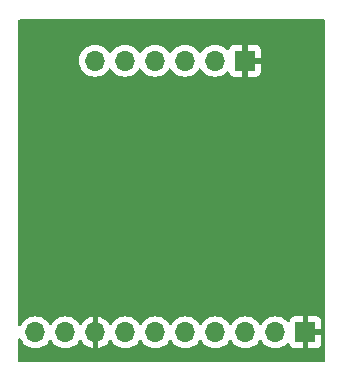
<source format=gbr>
%TF.GenerationSoftware,KiCad,Pcbnew,8.0.4*%
%TF.CreationDate,2024-09-21T22:18:03+01:00*%
%TF.ProjectId,FlipperBoard,466c6970-7065-4724-926f-6172642e6b69,rev?*%
%TF.SameCoordinates,Original*%
%TF.FileFunction,Copper,L2,Bot*%
%TF.FilePolarity,Positive*%
%FSLAX46Y46*%
G04 Gerber Fmt 4.6, Leading zero omitted, Abs format (unit mm)*
G04 Created by KiCad (PCBNEW 8.0.4) date 2024-09-21 22:18:03*
%MOMM*%
%LPD*%
G01*
G04 APERTURE LIST*
%TA.AperFunction,ComponentPad*%
%ADD10O,1.700000X1.700000*%
%TD*%
%TA.AperFunction,ComponentPad*%
%ADD11R,1.700000X1.700000*%
%TD*%
G04 APERTURE END LIST*
D10*
%TO.P,J2,6,VDD*%
%TO.N,+3V3*%
X118000000Y-100000000D03*
%TO.P,J2,5,RST*%
%TO.N,Net-(J1-C1)*%
X120540000Y-100000000D03*
%TO.P,J2,4,RXD*%
%TO.N,Net-(J1-TX)*%
X123080000Y-100000000D03*
%TO.P,J2,3,TXD*%
%TO.N,Net-(J1-RX)*%
X125620000Y-100000000D03*
%TO.P,J2,2*%
%TO.N,unconnected-(J2-Pad2)*%
X128160000Y-100000000D03*
D11*
%TO.P,J2,1,GND*%
%TO.N,GND*%
X130700000Y-100000000D03*
%TD*%
%TO.P,J1,1,GND*%
%TO.N,GND*%
X135820000Y-123000000D03*
D10*
%TO.P,J1,2,1W*%
%TO.N,unconnected-(J1-1W-Pad2)*%
X133280000Y-123000000D03*
%TO.P,J1,3,C0*%
%TO.N,+3V3*%
X130740000Y-123000000D03*
%TO.P,J1,4,C1*%
%TO.N,Net-(J1-C1)*%
X128200000Y-123000000D03*
%TO.P,J1,5,RX*%
%TO.N,Net-(J1-RX)*%
X125660000Y-123000000D03*
%TO.P,J1,6,TX*%
%TO.N,Net-(J1-TX)*%
X123120000Y-123000000D03*
%TO.P,J1,7,SIO*%
%TO.N,unconnected-(J1-SIO-Pad7)*%
X120580000Y-123000000D03*
%TO.P,J1,8,GND*%
%TO.N,GND*%
X118040000Y-123000000D03*
%TO.P,J1,9,SWC*%
%TO.N,unconnected-(J1-SWC-Pad9)*%
X115500000Y-123000000D03*
%TO.P,J1,10,3v3*%
%TO.N,+3V3*%
X112960000Y-123000000D03*
%TD*%
%TA.AperFunction,Conductor*%
%TO.N,GND*%
G36*
X137442539Y-96520185D02*
G01*
X137488294Y-96572989D01*
X137499500Y-96624500D01*
X137499500Y-125375500D01*
X137479815Y-125442539D01*
X137427011Y-125488294D01*
X137375500Y-125499500D01*
X111624500Y-125499500D01*
X111557461Y-125479815D01*
X111511706Y-125427011D01*
X111500500Y-125375500D01*
X111500500Y-123624975D01*
X111520185Y-123557936D01*
X111572989Y-123512181D01*
X111642147Y-123502237D01*
X111705703Y-123531262D01*
X111736882Y-123572571D01*
X111785963Y-123677826D01*
X111785967Y-123677834D01*
X111894281Y-123832521D01*
X111921505Y-123871401D01*
X112088599Y-124038495D01*
X112165135Y-124092086D01*
X112282165Y-124174032D01*
X112282167Y-124174033D01*
X112282170Y-124174035D01*
X112496337Y-124273903D01*
X112724592Y-124335063D01*
X112895319Y-124350000D01*
X112959999Y-124355659D01*
X112960000Y-124355659D01*
X112960001Y-124355659D01*
X113024681Y-124350000D01*
X113195408Y-124335063D01*
X113423663Y-124273903D01*
X113637830Y-124174035D01*
X113831401Y-124038495D01*
X113998495Y-123871401D01*
X114128425Y-123685842D01*
X114183002Y-123642217D01*
X114252500Y-123635023D01*
X114314855Y-123666546D01*
X114331575Y-123685842D01*
X114461500Y-123871395D01*
X114461505Y-123871401D01*
X114628599Y-124038495D01*
X114705135Y-124092086D01*
X114822165Y-124174032D01*
X114822167Y-124174033D01*
X114822170Y-124174035D01*
X115036337Y-124273903D01*
X115264592Y-124335063D01*
X115435319Y-124350000D01*
X115499999Y-124355659D01*
X115500000Y-124355659D01*
X115500001Y-124355659D01*
X115564681Y-124350000D01*
X115735408Y-124335063D01*
X115963663Y-124273903D01*
X116177830Y-124174035D01*
X116371401Y-124038495D01*
X116538495Y-123871401D01*
X116668730Y-123685405D01*
X116723307Y-123641781D01*
X116792805Y-123634587D01*
X116855160Y-123666110D01*
X116871879Y-123685405D01*
X117001890Y-123871078D01*
X117168917Y-124038105D01*
X117362421Y-124173600D01*
X117576507Y-124273429D01*
X117576516Y-124273433D01*
X117790000Y-124330634D01*
X117790000Y-123433012D01*
X117847007Y-123465925D01*
X117974174Y-123500000D01*
X118105826Y-123500000D01*
X118232993Y-123465925D01*
X118290000Y-123433012D01*
X118290000Y-124330633D01*
X118503483Y-124273433D01*
X118503492Y-124273429D01*
X118717578Y-124173600D01*
X118911082Y-124038105D01*
X119078105Y-123871082D01*
X119208119Y-123685405D01*
X119262696Y-123641781D01*
X119332195Y-123634588D01*
X119394549Y-123666110D01*
X119411269Y-123685405D01*
X119541505Y-123871401D01*
X119708599Y-124038495D01*
X119785135Y-124092086D01*
X119902165Y-124174032D01*
X119902167Y-124174033D01*
X119902170Y-124174035D01*
X120116337Y-124273903D01*
X120344592Y-124335063D01*
X120515319Y-124350000D01*
X120579999Y-124355659D01*
X120580000Y-124355659D01*
X120580001Y-124355659D01*
X120644681Y-124350000D01*
X120815408Y-124335063D01*
X121043663Y-124273903D01*
X121257830Y-124174035D01*
X121451401Y-124038495D01*
X121618495Y-123871401D01*
X121748425Y-123685842D01*
X121803002Y-123642217D01*
X121872500Y-123635023D01*
X121934855Y-123666546D01*
X121951575Y-123685842D01*
X122081500Y-123871395D01*
X122081505Y-123871401D01*
X122248599Y-124038495D01*
X122325135Y-124092086D01*
X122442165Y-124174032D01*
X122442167Y-124174033D01*
X122442170Y-124174035D01*
X122656337Y-124273903D01*
X122884592Y-124335063D01*
X123055319Y-124350000D01*
X123119999Y-124355659D01*
X123120000Y-124355659D01*
X123120001Y-124355659D01*
X123184681Y-124350000D01*
X123355408Y-124335063D01*
X123583663Y-124273903D01*
X123797830Y-124174035D01*
X123991401Y-124038495D01*
X124158495Y-123871401D01*
X124288425Y-123685842D01*
X124343002Y-123642217D01*
X124412500Y-123635023D01*
X124474855Y-123666546D01*
X124491575Y-123685842D01*
X124621500Y-123871395D01*
X124621505Y-123871401D01*
X124788599Y-124038495D01*
X124865135Y-124092086D01*
X124982165Y-124174032D01*
X124982167Y-124174033D01*
X124982170Y-124174035D01*
X125196337Y-124273903D01*
X125424592Y-124335063D01*
X125595319Y-124350000D01*
X125659999Y-124355659D01*
X125660000Y-124355659D01*
X125660001Y-124355659D01*
X125724681Y-124350000D01*
X125895408Y-124335063D01*
X126123663Y-124273903D01*
X126337830Y-124174035D01*
X126531401Y-124038495D01*
X126698495Y-123871401D01*
X126828425Y-123685842D01*
X126883002Y-123642217D01*
X126952500Y-123635023D01*
X127014855Y-123666546D01*
X127031575Y-123685842D01*
X127161500Y-123871395D01*
X127161505Y-123871401D01*
X127328599Y-124038495D01*
X127405135Y-124092086D01*
X127522165Y-124174032D01*
X127522167Y-124174033D01*
X127522170Y-124174035D01*
X127736337Y-124273903D01*
X127964592Y-124335063D01*
X128135319Y-124350000D01*
X128199999Y-124355659D01*
X128200000Y-124355659D01*
X128200001Y-124355659D01*
X128264681Y-124350000D01*
X128435408Y-124335063D01*
X128663663Y-124273903D01*
X128877830Y-124174035D01*
X129071401Y-124038495D01*
X129238495Y-123871401D01*
X129368425Y-123685842D01*
X129423002Y-123642217D01*
X129492500Y-123635023D01*
X129554855Y-123666546D01*
X129571575Y-123685842D01*
X129701500Y-123871395D01*
X129701505Y-123871401D01*
X129868599Y-124038495D01*
X129945135Y-124092086D01*
X130062165Y-124174032D01*
X130062167Y-124174033D01*
X130062170Y-124174035D01*
X130276337Y-124273903D01*
X130504592Y-124335063D01*
X130675319Y-124350000D01*
X130739999Y-124355659D01*
X130740000Y-124355659D01*
X130740001Y-124355659D01*
X130804681Y-124350000D01*
X130975408Y-124335063D01*
X131203663Y-124273903D01*
X131417830Y-124174035D01*
X131611401Y-124038495D01*
X131778495Y-123871401D01*
X131908425Y-123685842D01*
X131963002Y-123642217D01*
X132032500Y-123635023D01*
X132094855Y-123666546D01*
X132111575Y-123685842D01*
X132241500Y-123871395D01*
X132241505Y-123871401D01*
X132408599Y-124038495D01*
X132485135Y-124092086D01*
X132602165Y-124174032D01*
X132602167Y-124174033D01*
X132602170Y-124174035D01*
X132816337Y-124273903D01*
X133044592Y-124335063D01*
X133215319Y-124350000D01*
X133279999Y-124355659D01*
X133280000Y-124355659D01*
X133280001Y-124355659D01*
X133344681Y-124350000D01*
X133515408Y-124335063D01*
X133743663Y-124273903D01*
X133957830Y-124174035D01*
X134151401Y-124038495D01*
X134273717Y-123916178D01*
X134335036Y-123882696D01*
X134404728Y-123887680D01*
X134460662Y-123929551D01*
X134477577Y-123960528D01*
X134526646Y-124092088D01*
X134526649Y-124092093D01*
X134612809Y-124207187D01*
X134612812Y-124207190D01*
X134727906Y-124293350D01*
X134727913Y-124293354D01*
X134862620Y-124343596D01*
X134862627Y-124343598D01*
X134922155Y-124349999D01*
X134922172Y-124350000D01*
X135570000Y-124350000D01*
X135570000Y-123433012D01*
X135627007Y-123465925D01*
X135754174Y-123500000D01*
X135885826Y-123500000D01*
X136012993Y-123465925D01*
X136070000Y-123433012D01*
X136070000Y-124350000D01*
X136717828Y-124350000D01*
X136717844Y-124349999D01*
X136777372Y-124343598D01*
X136777379Y-124343596D01*
X136912086Y-124293354D01*
X136912093Y-124293350D01*
X137027187Y-124207190D01*
X137027190Y-124207187D01*
X137113350Y-124092093D01*
X137113354Y-124092086D01*
X137163596Y-123957379D01*
X137163598Y-123957372D01*
X137169999Y-123897844D01*
X137170000Y-123897827D01*
X137170000Y-123250000D01*
X136253012Y-123250000D01*
X136285925Y-123192993D01*
X136320000Y-123065826D01*
X136320000Y-122934174D01*
X136285925Y-122807007D01*
X136253012Y-122750000D01*
X137170000Y-122750000D01*
X137170000Y-122102172D01*
X137169999Y-122102155D01*
X137163598Y-122042627D01*
X137163596Y-122042620D01*
X137113354Y-121907913D01*
X137113350Y-121907906D01*
X137027190Y-121792812D01*
X137027187Y-121792809D01*
X136912093Y-121706649D01*
X136912086Y-121706645D01*
X136777379Y-121656403D01*
X136777372Y-121656401D01*
X136717844Y-121650000D01*
X136070000Y-121650000D01*
X136070000Y-122566988D01*
X136012993Y-122534075D01*
X135885826Y-122500000D01*
X135754174Y-122500000D01*
X135627007Y-122534075D01*
X135570000Y-122566988D01*
X135570000Y-121650000D01*
X134922155Y-121650000D01*
X134862627Y-121656401D01*
X134862620Y-121656403D01*
X134727913Y-121706645D01*
X134727906Y-121706649D01*
X134612812Y-121792809D01*
X134612809Y-121792812D01*
X134526649Y-121907906D01*
X134526645Y-121907913D01*
X134477578Y-122039470D01*
X134435707Y-122095404D01*
X134370242Y-122119821D01*
X134301969Y-122104969D01*
X134273715Y-122083819D01*
X134229366Y-122039470D01*
X134151401Y-121961505D01*
X134151397Y-121961502D01*
X134151396Y-121961501D01*
X133957834Y-121825967D01*
X133957830Y-121825965D01*
X133886727Y-121792809D01*
X133743663Y-121726097D01*
X133743659Y-121726096D01*
X133743655Y-121726094D01*
X133515413Y-121664938D01*
X133515403Y-121664936D01*
X133280001Y-121644341D01*
X133279999Y-121644341D01*
X133044596Y-121664936D01*
X133044586Y-121664938D01*
X132816344Y-121726094D01*
X132816335Y-121726098D01*
X132602171Y-121825964D01*
X132602169Y-121825965D01*
X132408597Y-121961505D01*
X132241505Y-122128597D01*
X132111575Y-122314158D01*
X132056998Y-122357783D01*
X131987500Y-122364977D01*
X131925145Y-122333454D01*
X131908425Y-122314158D01*
X131778494Y-122128597D01*
X131611402Y-121961506D01*
X131611395Y-121961501D01*
X131417834Y-121825967D01*
X131417830Y-121825965D01*
X131346727Y-121792809D01*
X131203663Y-121726097D01*
X131203659Y-121726096D01*
X131203655Y-121726094D01*
X130975413Y-121664938D01*
X130975403Y-121664936D01*
X130740001Y-121644341D01*
X130739999Y-121644341D01*
X130504596Y-121664936D01*
X130504586Y-121664938D01*
X130276344Y-121726094D01*
X130276335Y-121726098D01*
X130062171Y-121825964D01*
X130062169Y-121825965D01*
X129868597Y-121961505D01*
X129701505Y-122128597D01*
X129571575Y-122314158D01*
X129516998Y-122357783D01*
X129447500Y-122364977D01*
X129385145Y-122333454D01*
X129368425Y-122314158D01*
X129238494Y-122128597D01*
X129071402Y-121961506D01*
X129071395Y-121961501D01*
X128877834Y-121825967D01*
X128877830Y-121825965D01*
X128806727Y-121792809D01*
X128663663Y-121726097D01*
X128663659Y-121726096D01*
X128663655Y-121726094D01*
X128435413Y-121664938D01*
X128435403Y-121664936D01*
X128200001Y-121644341D01*
X128199999Y-121644341D01*
X127964596Y-121664936D01*
X127964586Y-121664938D01*
X127736344Y-121726094D01*
X127736335Y-121726098D01*
X127522171Y-121825964D01*
X127522169Y-121825965D01*
X127328597Y-121961505D01*
X127161505Y-122128597D01*
X127031575Y-122314158D01*
X126976998Y-122357783D01*
X126907500Y-122364977D01*
X126845145Y-122333454D01*
X126828425Y-122314158D01*
X126698494Y-122128597D01*
X126531402Y-121961506D01*
X126531395Y-121961501D01*
X126337834Y-121825967D01*
X126337830Y-121825965D01*
X126266727Y-121792809D01*
X126123663Y-121726097D01*
X126123659Y-121726096D01*
X126123655Y-121726094D01*
X125895413Y-121664938D01*
X125895403Y-121664936D01*
X125660001Y-121644341D01*
X125659999Y-121644341D01*
X125424596Y-121664936D01*
X125424586Y-121664938D01*
X125196344Y-121726094D01*
X125196335Y-121726098D01*
X124982171Y-121825964D01*
X124982169Y-121825965D01*
X124788597Y-121961505D01*
X124621505Y-122128597D01*
X124491575Y-122314158D01*
X124436998Y-122357783D01*
X124367500Y-122364977D01*
X124305145Y-122333454D01*
X124288425Y-122314158D01*
X124158494Y-122128597D01*
X123991402Y-121961506D01*
X123991395Y-121961501D01*
X123797834Y-121825967D01*
X123797830Y-121825965D01*
X123726727Y-121792809D01*
X123583663Y-121726097D01*
X123583659Y-121726096D01*
X123583655Y-121726094D01*
X123355413Y-121664938D01*
X123355403Y-121664936D01*
X123120001Y-121644341D01*
X123119999Y-121644341D01*
X122884596Y-121664936D01*
X122884586Y-121664938D01*
X122656344Y-121726094D01*
X122656335Y-121726098D01*
X122442171Y-121825964D01*
X122442169Y-121825965D01*
X122248597Y-121961505D01*
X122081505Y-122128597D01*
X121951575Y-122314158D01*
X121896998Y-122357783D01*
X121827500Y-122364977D01*
X121765145Y-122333454D01*
X121748425Y-122314158D01*
X121618494Y-122128597D01*
X121451402Y-121961506D01*
X121451395Y-121961501D01*
X121257834Y-121825967D01*
X121257830Y-121825965D01*
X121186727Y-121792809D01*
X121043663Y-121726097D01*
X121043659Y-121726096D01*
X121043655Y-121726094D01*
X120815413Y-121664938D01*
X120815403Y-121664936D01*
X120580001Y-121644341D01*
X120579999Y-121644341D01*
X120344596Y-121664936D01*
X120344586Y-121664938D01*
X120116344Y-121726094D01*
X120116335Y-121726098D01*
X119902171Y-121825964D01*
X119902169Y-121825965D01*
X119708597Y-121961505D01*
X119541508Y-122128594D01*
X119411269Y-122314595D01*
X119356692Y-122358219D01*
X119287193Y-122365412D01*
X119224839Y-122333890D01*
X119208119Y-122314594D01*
X119078113Y-122128926D01*
X119078108Y-122128920D01*
X118911082Y-121961894D01*
X118717578Y-121826399D01*
X118503492Y-121726570D01*
X118503486Y-121726567D01*
X118290000Y-121669364D01*
X118290000Y-122566988D01*
X118232993Y-122534075D01*
X118105826Y-122500000D01*
X117974174Y-122500000D01*
X117847007Y-122534075D01*
X117790000Y-122566988D01*
X117790000Y-121669364D01*
X117789999Y-121669364D01*
X117576513Y-121726567D01*
X117576507Y-121726570D01*
X117362422Y-121826399D01*
X117362420Y-121826400D01*
X117168926Y-121961886D01*
X117168920Y-121961891D01*
X117001891Y-122128920D01*
X117001890Y-122128922D01*
X116871880Y-122314595D01*
X116817303Y-122358219D01*
X116747804Y-122365412D01*
X116685450Y-122333890D01*
X116668730Y-122314594D01*
X116538494Y-122128597D01*
X116371402Y-121961506D01*
X116371395Y-121961501D01*
X116177834Y-121825967D01*
X116177830Y-121825965D01*
X116106727Y-121792809D01*
X115963663Y-121726097D01*
X115963659Y-121726096D01*
X115963655Y-121726094D01*
X115735413Y-121664938D01*
X115735403Y-121664936D01*
X115500001Y-121644341D01*
X115499999Y-121644341D01*
X115264596Y-121664936D01*
X115264586Y-121664938D01*
X115036344Y-121726094D01*
X115036335Y-121726098D01*
X114822171Y-121825964D01*
X114822169Y-121825965D01*
X114628597Y-121961505D01*
X114461505Y-122128597D01*
X114331575Y-122314158D01*
X114276998Y-122357783D01*
X114207500Y-122364977D01*
X114145145Y-122333454D01*
X114128425Y-122314158D01*
X113998494Y-122128597D01*
X113831402Y-121961506D01*
X113831395Y-121961501D01*
X113637834Y-121825967D01*
X113637830Y-121825965D01*
X113566727Y-121792809D01*
X113423663Y-121726097D01*
X113423659Y-121726096D01*
X113423655Y-121726094D01*
X113195413Y-121664938D01*
X113195403Y-121664936D01*
X112960001Y-121644341D01*
X112959999Y-121644341D01*
X112724596Y-121664936D01*
X112724586Y-121664938D01*
X112496344Y-121726094D01*
X112496335Y-121726098D01*
X112282171Y-121825964D01*
X112282169Y-121825965D01*
X112088597Y-121961505D01*
X111921505Y-122128597D01*
X111785965Y-122322169D01*
X111785964Y-122322171D01*
X111736882Y-122427429D01*
X111690710Y-122479868D01*
X111623516Y-122499020D01*
X111556635Y-122478804D01*
X111511300Y-122425639D01*
X111500500Y-122375024D01*
X111500500Y-99999999D01*
X116644341Y-99999999D01*
X116644341Y-100000000D01*
X116664936Y-100235403D01*
X116664938Y-100235413D01*
X116726094Y-100463655D01*
X116726096Y-100463659D01*
X116726097Y-100463663D01*
X116806004Y-100635023D01*
X116825965Y-100677830D01*
X116825967Y-100677834D01*
X116934281Y-100832521D01*
X116961505Y-100871401D01*
X117128599Y-101038495D01*
X117205135Y-101092086D01*
X117322165Y-101174032D01*
X117322167Y-101174033D01*
X117322170Y-101174035D01*
X117536337Y-101273903D01*
X117764592Y-101335063D01*
X117935319Y-101350000D01*
X117999999Y-101355659D01*
X118000000Y-101355659D01*
X118000001Y-101355659D01*
X118064681Y-101350000D01*
X118235408Y-101335063D01*
X118463663Y-101273903D01*
X118677830Y-101174035D01*
X118871401Y-101038495D01*
X119038495Y-100871401D01*
X119168425Y-100685842D01*
X119223002Y-100642217D01*
X119292500Y-100635023D01*
X119354855Y-100666546D01*
X119371575Y-100685842D01*
X119501500Y-100871395D01*
X119501505Y-100871401D01*
X119668599Y-101038495D01*
X119745135Y-101092086D01*
X119862165Y-101174032D01*
X119862167Y-101174033D01*
X119862170Y-101174035D01*
X120076337Y-101273903D01*
X120304592Y-101335063D01*
X120475319Y-101350000D01*
X120539999Y-101355659D01*
X120540000Y-101355659D01*
X120540001Y-101355659D01*
X120604681Y-101350000D01*
X120775408Y-101335063D01*
X121003663Y-101273903D01*
X121217830Y-101174035D01*
X121411401Y-101038495D01*
X121578495Y-100871401D01*
X121708425Y-100685842D01*
X121763002Y-100642217D01*
X121832500Y-100635023D01*
X121894855Y-100666546D01*
X121911575Y-100685842D01*
X122041500Y-100871395D01*
X122041505Y-100871401D01*
X122208599Y-101038495D01*
X122285135Y-101092086D01*
X122402165Y-101174032D01*
X122402167Y-101174033D01*
X122402170Y-101174035D01*
X122616337Y-101273903D01*
X122844592Y-101335063D01*
X123015319Y-101350000D01*
X123079999Y-101355659D01*
X123080000Y-101355659D01*
X123080001Y-101355659D01*
X123144681Y-101350000D01*
X123315408Y-101335063D01*
X123543663Y-101273903D01*
X123757830Y-101174035D01*
X123951401Y-101038495D01*
X124118495Y-100871401D01*
X124248425Y-100685842D01*
X124303002Y-100642217D01*
X124372500Y-100635023D01*
X124434855Y-100666546D01*
X124451575Y-100685842D01*
X124581500Y-100871395D01*
X124581505Y-100871401D01*
X124748599Y-101038495D01*
X124825135Y-101092086D01*
X124942165Y-101174032D01*
X124942167Y-101174033D01*
X124942170Y-101174035D01*
X125156337Y-101273903D01*
X125384592Y-101335063D01*
X125555319Y-101350000D01*
X125619999Y-101355659D01*
X125620000Y-101355659D01*
X125620001Y-101355659D01*
X125684681Y-101350000D01*
X125855408Y-101335063D01*
X126083663Y-101273903D01*
X126297830Y-101174035D01*
X126491401Y-101038495D01*
X126658495Y-100871401D01*
X126788425Y-100685842D01*
X126843002Y-100642217D01*
X126912500Y-100635023D01*
X126974855Y-100666546D01*
X126991575Y-100685842D01*
X127121500Y-100871395D01*
X127121505Y-100871401D01*
X127288599Y-101038495D01*
X127365135Y-101092086D01*
X127482165Y-101174032D01*
X127482167Y-101174033D01*
X127482170Y-101174035D01*
X127696337Y-101273903D01*
X127924592Y-101335063D01*
X128095319Y-101350000D01*
X128159999Y-101355659D01*
X128160000Y-101355659D01*
X128160001Y-101355659D01*
X128224681Y-101350000D01*
X128395408Y-101335063D01*
X128623663Y-101273903D01*
X128837830Y-101174035D01*
X129031401Y-101038495D01*
X129153717Y-100916178D01*
X129215036Y-100882696D01*
X129284728Y-100887680D01*
X129340662Y-100929551D01*
X129357577Y-100960528D01*
X129406646Y-101092088D01*
X129406649Y-101092093D01*
X129492809Y-101207187D01*
X129492812Y-101207190D01*
X129607906Y-101293350D01*
X129607913Y-101293354D01*
X129742620Y-101343596D01*
X129742627Y-101343598D01*
X129802155Y-101349999D01*
X129802172Y-101350000D01*
X130450000Y-101350000D01*
X130450000Y-100433012D01*
X130507007Y-100465925D01*
X130634174Y-100500000D01*
X130765826Y-100500000D01*
X130892993Y-100465925D01*
X130950000Y-100433012D01*
X130950000Y-101350000D01*
X131597828Y-101350000D01*
X131597844Y-101349999D01*
X131657372Y-101343598D01*
X131657379Y-101343596D01*
X131792086Y-101293354D01*
X131792093Y-101293350D01*
X131907187Y-101207190D01*
X131907190Y-101207187D01*
X131993350Y-101092093D01*
X131993354Y-101092086D01*
X132043596Y-100957379D01*
X132043598Y-100957372D01*
X132049999Y-100897844D01*
X132050000Y-100897827D01*
X132050000Y-100250000D01*
X131133012Y-100250000D01*
X131165925Y-100192993D01*
X131200000Y-100065826D01*
X131200000Y-99934174D01*
X131165925Y-99807007D01*
X131133012Y-99750000D01*
X132050000Y-99750000D01*
X132050000Y-99102172D01*
X132049999Y-99102155D01*
X132043598Y-99042627D01*
X132043596Y-99042620D01*
X131993354Y-98907913D01*
X131993350Y-98907906D01*
X131907190Y-98792812D01*
X131907187Y-98792809D01*
X131792093Y-98706649D01*
X131792086Y-98706645D01*
X131657379Y-98656403D01*
X131657372Y-98656401D01*
X131597844Y-98650000D01*
X130950000Y-98650000D01*
X130950000Y-99566988D01*
X130892993Y-99534075D01*
X130765826Y-99500000D01*
X130634174Y-99500000D01*
X130507007Y-99534075D01*
X130450000Y-99566988D01*
X130450000Y-98650000D01*
X129802155Y-98650000D01*
X129742627Y-98656401D01*
X129742620Y-98656403D01*
X129607913Y-98706645D01*
X129607906Y-98706649D01*
X129492812Y-98792809D01*
X129492809Y-98792812D01*
X129406649Y-98907906D01*
X129406645Y-98907913D01*
X129357578Y-99039470D01*
X129315707Y-99095404D01*
X129250242Y-99119821D01*
X129181969Y-99104969D01*
X129153715Y-99083819D01*
X129109366Y-99039470D01*
X129031401Y-98961505D01*
X129031397Y-98961502D01*
X129031396Y-98961501D01*
X128837834Y-98825967D01*
X128837830Y-98825965D01*
X128766727Y-98792809D01*
X128623663Y-98726097D01*
X128623659Y-98726096D01*
X128623655Y-98726094D01*
X128395413Y-98664938D01*
X128395403Y-98664936D01*
X128160001Y-98644341D01*
X128159999Y-98644341D01*
X127924596Y-98664936D01*
X127924586Y-98664938D01*
X127696344Y-98726094D01*
X127696335Y-98726098D01*
X127482171Y-98825964D01*
X127482169Y-98825965D01*
X127288597Y-98961505D01*
X127121505Y-99128597D01*
X126991575Y-99314158D01*
X126936998Y-99357783D01*
X126867500Y-99364977D01*
X126805145Y-99333454D01*
X126788425Y-99314158D01*
X126658494Y-99128597D01*
X126491402Y-98961506D01*
X126491395Y-98961501D01*
X126297834Y-98825967D01*
X126297830Y-98825965D01*
X126226727Y-98792809D01*
X126083663Y-98726097D01*
X126083659Y-98726096D01*
X126083655Y-98726094D01*
X125855413Y-98664938D01*
X125855403Y-98664936D01*
X125620001Y-98644341D01*
X125619999Y-98644341D01*
X125384596Y-98664936D01*
X125384586Y-98664938D01*
X125156344Y-98726094D01*
X125156335Y-98726098D01*
X124942171Y-98825964D01*
X124942169Y-98825965D01*
X124748597Y-98961505D01*
X124581505Y-99128597D01*
X124451575Y-99314158D01*
X124396998Y-99357783D01*
X124327500Y-99364977D01*
X124265145Y-99333454D01*
X124248425Y-99314158D01*
X124118494Y-99128597D01*
X123951402Y-98961506D01*
X123951395Y-98961501D01*
X123757834Y-98825967D01*
X123757830Y-98825965D01*
X123686727Y-98792809D01*
X123543663Y-98726097D01*
X123543659Y-98726096D01*
X123543655Y-98726094D01*
X123315413Y-98664938D01*
X123315403Y-98664936D01*
X123080001Y-98644341D01*
X123079999Y-98644341D01*
X122844596Y-98664936D01*
X122844586Y-98664938D01*
X122616344Y-98726094D01*
X122616335Y-98726098D01*
X122402171Y-98825964D01*
X122402169Y-98825965D01*
X122208597Y-98961505D01*
X122041505Y-99128597D01*
X121911575Y-99314158D01*
X121856998Y-99357783D01*
X121787500Y-99364977D01*
X121725145Y-99333454D01*
X121708425Y-99314158D01*
X121578494Y-99128597D01*
X121411402Y-98961506D01*
X121411395Y-98961501D01*
X121217834Y-98825967D01*
X121217830Y-98825965D01*
X121146727Y-98792809D01*
X121003663Y-98726097D01*
X121003659Y-98726096D01*
X121003655Y-98726094D01*
X120775413Y-98664938D01*
X120775403Y-98664936D01*
X120540001Y-98644341D01*
X120539999Y-98644341D01*
X120304596Y-98664936D01*
X120304586Y-98664938D01*
X120076344Y-98726094D01*
X120076335Y-98726098D01*
X119862171Y-98825964D01*
X119862169Y-98825965D01*
X119668597Y-98961505D01*
X119501505Y-99128597D01*
X119371575Y-99314158D01*
X119316998Y-99357783D01*
X119247500Y-99364977D01*
X119185145Y-99333454D01*
X119168425Y-99314158D01*
X119038494Y-99128597D01*
X118871402Y-98961506D01*
X118871395Y-98961501D01*
X118677834Y-98825967D01*
X118677830Y-98825965D01*
X118606727Y-98792809D01*
X118463663Y-98726097D01*
X118463659Y-98726096D01*
X118463655Y-98726094D01*
X118235413Y-98664938D01*
X118235403Y-98664936D01*
X118000001Y-98644341D01*
X117999999Y-98644341D01*
X117764596Y-98664936D01*
X117764586Y-98664938D01*
X117536344Y-98726094D01*
X117536335Y-98726098D01*
X117322171Y-98825964D01*
X117322169Y-98825965D01*
X117128597Y-98961505D01*
X116961505Y-99128597D01*
X116825965Y-99322169D01*
X116825964Y-99322171D01*
X116726098Y-99536335D01*
X116726094Y-99536344D01*
X116664938Y-99764586D01*
X116664936Y-99764596D01*
X116644341Y-99999999D01*
X111500500Y-99999999D01*
X111500500Y-96624500D01*
X111520185Y-96557461D01*
X111572989Y-96511706D01*
X111624500Y-96500500D01*
X137375500Y-96500500D01*
X137442539Y-96520185D01*
G37*
%TD.AperFunction*%
%TD*%
M02*

</source>
